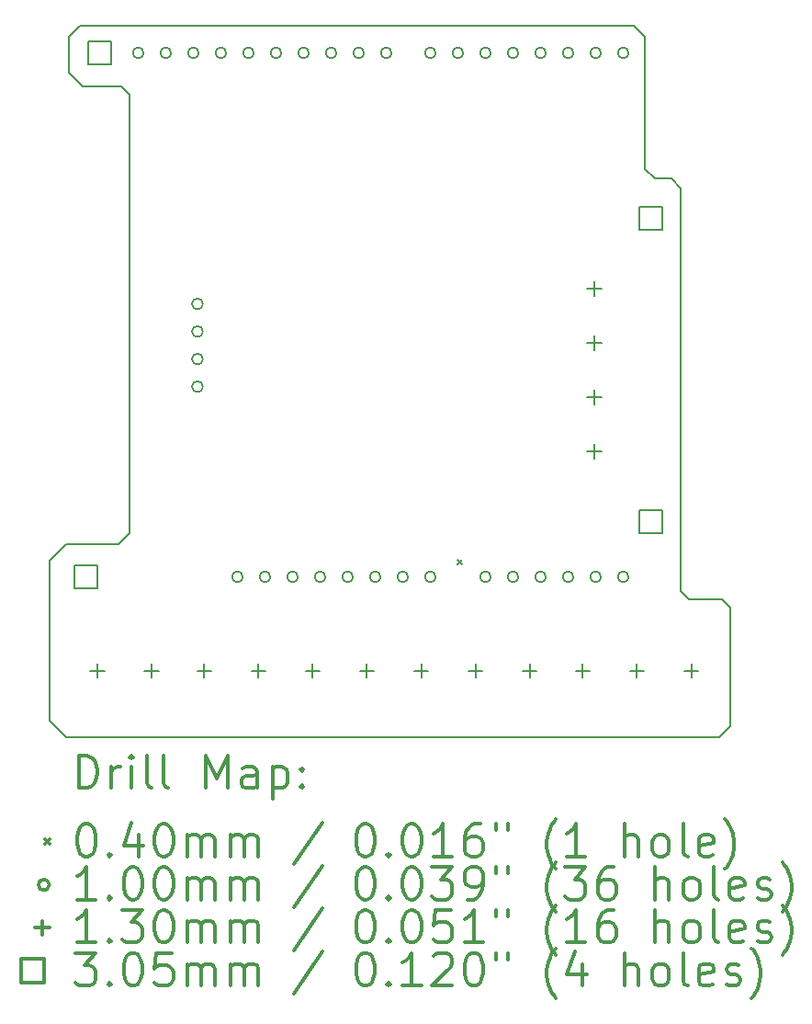
<source format=gbr>
%FSLAX45Y45*%
G04 Gerber Fmt 4.5, Leading zero omitted, Abs format (unit mm)*
G04 Created by KiCad (PCBNEW 4.0.6) date 05/21/18 12:18:16*
%MOMM*%
%LPD*%
G01*
G04 APERTURE LIST*
%ADD10C,0.127000*%
%ADD11C,0.150000*%
%ADD12C,0.200000*%
%ADD13C,0.300000*%
G04 APERTURE END LIST*
D10*
D11*
X17983200Y-8801100D02*
X17983200Y-12509500D01*
X17894300Y-8712200D02*
X17983200Y-8801100D01*
X17741900Y-8712200D02*
X17894300Y-8712200D01*
X17653000Y-8623300D02*
X17741900Y-8712200D01*
X17653000Y-7404100D02*
X17653000Y-8623300D01*
X12801600Y-12077700D02*
X12319000Y-12077700D01*
X12903200Y-11976100D02*
X12801600Y-12077700D01*
X12903200Y-7937500D02*
X12903200Y-11976100D01*
X12827000Y-7861300D02*
X12903200Y-7937500D01*
X12344400Y-7734300D02*
X12344400Y-7404100D01*
X12471400Y-7861300D02*
X12344400Y-7734300D01*
X12827000Y-7861300D02*
X12471400Y-7861300D01*
X18059400Y-12585700D02*
X17983200Y-12509500D01*
X18364200Y-12585700D02*
X18059400Y-12585700D01*
X18338800Y-13855700D02*
X17576800Y-13855700D01*
X18440400Y-13754100D02*
X18338800Y-13855700D01*
X18440400Y-12661900D02*
X18440400Y-13754100D01*
X18364200Y-12585700D02*
X18440400Y-12661900D01*
X17551400Y-7302500D02*
X17653000Y-7404100D01*
X17576800Y-13855700D02*
X12319000Y-13855700D01*
X12319000Y-13855700D02*
X12166600Y-13703300D01*
X12446000Y-7302500D02*
X17551400Y-7302500D01*
X12344400Y-7404100D02*
X12446000Y-7302500D01*
X12166600Y-13703300D02*
X12166600Y-12230100D01*
X12166600Y-12230100D02*
X12319000Y-12077700D01*
D12*
X15923710Y-12225840D02*
X15963710Y-12265840D01*
X15963710Y-12225840D02*
X15923710Y-12265840D01*
X13029438Y-7556500D02*
G75*
G03X13029438Y-7556500I-50038J0D01*
G01*
X13283438Y-7556500D02*
G75*
G03X13283438Y-7556500I-50038J0D01*
G01*
X13537438Y-7556500D02*
G75*
G03X13537438Y-7556500I-50038J0D01*
G01*
X13575538Y-9867900D02*
G75*
G03X13575538Y-9867900I-50038J0D01*
G01*
X13575538Y-10121900D02*
G75*
G03X13575538Y-10121900I-50038J0D01*
G01*
X13575538Y-10375900D02*
G75*
G03X13575538Y-10375900I-50038J0D01*
G01*
X13575538Y-10629900D02*
G75*
G03X13575538Y-10629900I-50038J0D01*
G01*
X13791438Y-7556500D02*
G75*
G03X13791438Y-7556500I-50038J0D01*
G01*
X13943838Y-12382500D02*
G75*
G03X13943838Y-12382500I-50038J0D01*
G01*
X14045438Y-7556500D02*
G75*
G03X14045438Y-7556500I-50038J0D01*
G01*
X14197838Y-12382500D02*
G75*
G03X14197838Y-12382500I-50038J0D01*
G01*
X14299438Y-7556500D02*
G75*
G03X14299438Y-7556500I-50038J0D01*
G01*
X14451838Y-12382500D02*
G75*
G03X14451838Y-12382500I-50038J0D01*
G01*
X14553438Y-7556500D02*
G75*
G03X14553438Y-7556500I-50038J0D01*
G01*
X14705838Y-12382500D02*
G75*
G03X14705838Y-12382500I-50038J0D01*
G01*
X14807438Y-7556500D02*
G75*
G03X14807438Y-7556500I-50038J0D01*
G01*
X14959838Y-12382500D02*
G75*
G03X14959838Y-12382500I-50038J0D01*
G01*
X15061438Y-7556500D02*
G75*
G03X15061438Y-7556500I-50038J0D01*
G01*
X15213838Y-12382500D02*
G75*
G03X15213838Y-12382500I-50038J0D01*
G01*
X15315438Y-7556500D02*
G75*
G03X15315438Y-7556500I-50038J0D01*
G01*
X15467838Y-12382500D02*
G75*
G03X15467838Y-12382500I-50038J0D01*
G01*
X15721838Y-7556500D02*
G75*
G03X15721838Y-7556500I-50038J0D01*
G01*
X15721838Y-12382500D02*
G75*
G03X15721838Y-12382500I-50038J0D01*
G01*
X15975838Y-7556500D02*
G75*
G03X15975838Y-7556500I-50038J0D01*
G01*
X16229838Y-7556500D02*
G75*
G03X16229838Y-7556500I-50038J0D01*
G01*
X16229838Y-12382500D02*
G75*
G03X16229838Y-12382500I-50038J0D01*
G01*
X16483838Y-7556500D02*
G75*
G03X16483838Y-7556500I-50038J0D01*
G01*
X16483838Y-12382500D02*
G75*
G03X16483838Y-12382500I-50038J0D01*
G01*
X16737838Y-7556500D02*
G75*
G03X16737838Y-7556500I-50038J0D01*
G01*
X16737838Y-12382500D02*
G75*
G03X16737838Y-12382500I-50038J0D01*
G01*
X16991838Y-7556500D02*
G75*
G03X16991838Y-7556500I-50038J0D01*
G01*
X16991838Y-12382500D02*
G75*
G03X16991838Y-12382500I-50038J0D01*
G01*
X17245838Y-7556500D02*
G75*
G03X17245838Y-7556500I-50038J0D01*
G01*
X17245838Y-12382500D02*
G75*
G03X17245838Y-12382500I-50038J0D01*
G01*
X17499838Y-7556500D02*
G75*
G03X17499838Y-7556500I-50038J0D01*
G01*
X17499838Y-12382500D02*
G75*
G03X17499838Y-12382500I-50038J0D01*
G01*
X12602400Y-13181100D02*
X12602400Y-13311100D01*
X12537400Y-13246100D02*
X12667400Y-13246100D01*
X13102400Y-13181100D02*
X13102400Y-13311100D01*
X13037400Y-13246100D02*
X13167400Y-13246100D01*
X13587600Y-13181100D02*
X13587600Y-13311100D01*
X13522600Y-13246100D02*
X13652600Y-13246100D01*
X14087600Y-13181100D02*
X14087600Y-13311100D01*
X14022600Y-13246100D02*
X14152600Y-13246100D01*
X14587600Y-13181100D02*
X14587600Y-13311100D01*
X14522600Y-13246100D02*
X14652600Y-13246100D01*
X15087600Y-13181100D02*
X15087600Y-13311100D01*
X15022600Y-13246100D02*
X15152600Y-13246100D01*
X15587600Y-13181100D02*
X15587600Y-13311100D01*
X15522600Y-13246100D02*
X15652600Y-13246100D01*
X16087600Y-13181100D02*
X16087600Y-13311100D01*
X16022600Y-13246100D02*
X16152600Y-13246100D01*
X16587600Y-13181100D02*
X16587600Y-13311100D01*
X16522600Y-13246100D02*
X16652600Y-13246100D01*
X17076800Y-13181100D02*
X17076800Y-13311100D01*
X17011800Y-13246100D02*
X17141800Y-13246100D01*
X17183100Y-9662500D02*
X17183100Y-9792500D01*
X17118100Y-9727500D02*
X17248100Y-9727500D01*
X17183100Y-10162500D02*
X17183100Y-10292500D01*
X17118100Y-10227500D02*
X17248100Y-10227500D01*
X17183100Y-10662500D02*
X17183100Y-10792500D01*
X17118100Y-10727500D02*
X17248100Y-10727500D01*
X17183100Y-11162500D02*
X17183100Y-11292500D01*
X17118100Y-11227500D02*
X17248100Y-11227500D01*
X17576800Y-13181100D02*
X17576800Y-13311100D01*
X17511800Y-13246100D02*
X17641800Y-13246100D01*
X18076800Y-13181100D02*
X18076800Y-13311100D01*
X18011800Y-13246100D02*
X18141800Y-13246100D01*
X12604564Y-12490264D02*
X12604564Y-12274736D01*
X12389036Y-12274736D01*
X12389036Y-12490264D01*
X12604564Y-12490264D01*
X12731564Y-7664264D02*
X12731564Y-7448736D01*
X12516036Y-7448736D01*
X12516036Y-7664264D01*
X12731564Y-7664264D01*
X17811564Y-9188264D02*
X17811564Y-8972736D01*
X17596036Y-8972736D01*
X17596036Y-9188264D01*
X17811564Y-9188264D01*
X17811564Y-11982264D02*
X17811564Y-11766736D01*
X17596036Y-11766736D01*
X17596036Y-11982264D01*
X17811564Y-11982264D01*
D13*
X12430528Y-14328914D02*
X12430528Y-14028914D01*
X12501957Y-14028914D01*
X12544814Y-14043200D01*
X12573386Y-14071771D01*
X12587671Y-14100343D01*
X12601957Y-14157486D01*
X12601957Y-14200343D01*
X12587671Y-14257486D01*
X12573386Y-14286057D01*
X12544814Y-14314629D01*
X12501957Y-14328914D01*
X12430528Y-14328914D01*
X12730528Y-14328914D02*
X12730528Y-14128914D01*
X12730528Y-14186057D02*
X12744814Y-14157486D01*
X12759100Y-14143200D01*
X12787671Y-14128914D01*
X12816243Y-14128914D01*
X12916243Y-14328914D02*
X12916243Y-14128914D01*
X12916243Y-14028914D02*
X12901957Y-14043200D01*
X12916243Y-14057486D01*
X12930528Y-14043200D01*
X12916243Y-14028914D01*
X12916243Y-14057486D01*
X13101957Y-14328914D02*
X13073386Y-14314629D01*
X13059100Y-14286057D01*
X13059100Y-14028914D01*
X13259100Y-14328914D02*
X13230528Y-14314629D01*
X13216243Y-14286057D01*
X13216243Y-14028914D01*
X13601957Y-14328914D02*
X13601957Y-14028914D01*
X13701957Y-14243200D01*
X13801957Y-14028914D01*
X13801957Y-14328914D01*
X14073386Y-14328914D02*
X14073386Y-14171771D01*
X14059100Y-14143200D01*
X14030528Y-14128914D01*
X13973386Y-14128914D01*
X13944814Y-14143200D01*
X14073386Y-14314629D02*
X14044814Y-14328914D01*
X13973386Y-14328914D01*
X13944814Y-14314629D01*
X13930528Y-14286057D01*
X13930528Y-14257486D01*
X13944814Y-14228914D01*
X13973386Y-14214629D01*
X14044814Y-14214629D01*
X14073386Y-14200343D01*
X14216243Y-14128914D02*
X14216243Y-14428914D01*
X14216243Y-14143200D02*
X14244814Y-14128914D01*
X14301957Y-14128914D01*
X14330528Y-14143200D01*
X14344814Y-14157486D01*
X14359100Y-14186057D01*
X14359100Y-14271771D01*
X14344814Y-14300343D01*
X14330528Y-14314629D01*
X14301957Y-14328914D01*
X14244814Y-14328914D01*
X14216243Y-14314629D01*
X14487671Y-14300343D02*
X14501957Y-14314629D01*
X14487671Y-14328914D01*
X14473386Y-14314629D01*
X14487671Y-14300343D01*
X14487671Y-14328914D01*
X14487671Y-14143200D02*
X14501957Y-14157486D01*
X14487671Y-14171771D01*
X14473386Y-14157486D01*
X14487671Y-14143200D01*
X14487671Y-14171771D01*
X12119100Y-14803200D02*
X12159100Y-14843200D01*
X12159100Y-14803200D02*
X12119100Y-14843200D01*
X12487671Y-14658914D02*
X12516243Y-14658914D01*
X12544814Y-14673200D01*
X12559100Y-14687486D01*
X12573386Y-14716057D01*
X12587671Y-14773200D01*
X12587671Y-14844629D01*
X12573386Y-14901771D01*
X12559100Y-14930343D01*
X12544814Y-14944629D01*
X12516243Y-14958914D01*
X12487671Y-14958914D01*
X12459100Y-14944629D01*
X12444814Y-14930343D01*
X12430528Y-14901771D01*
X12416243Y-14844629D01*
X12416243Y-14773200D01*
X12430528Y-14716057D01*
X12444814Y-14687486D01*
X12459100Y-14673200D01*
X12487671Y-14658914D01*
X12716243Y-14930343D02*
X12730528Y-14944629D01*
X12716243Y-14958914D01*
X12701957Y-14944629D01*
X12716243Y-14930343D01*
X12716243Y-14958914D01*
X12987671Y-14758914D02*
X12987671Y-14958914D01*
X12916243Y-14644629D02*
X12844814Y-14858914D01*
X13030528Y-14858914D01*
X13201957Y-14658914D02*
X13230528Y-14658914D01*
X13259100Y-14673200D01*
X13273386Y-14687486D01*
X13287671Y-14716057D01*
X13301957Y-14773200D01*
X13301957Y-14844629D01*
X13287671Y-14901771D01*
X13273386Y-14930343D01*
X13259100Y-14944629D01*
X13230528Y-14958914D01*
X13201957Y-14958914D01*
X13173386Y-14944629D01*
X13159100Y-14930343D01*
X13144814Y-14901771D01*
X13130528Y-14844629D01*
X13130528Y-14773200D01*
X13144814Y-14716057D01*
X13159100Y-14687486D01*
X13173386Y-14673200D01*
X13201957Y-14658914D01*
X13430528Y-14958914D02*
X13430528Y-14758914D01*
X13430528Y-14787486D02*
X13444814Y-14773200D01*
X13473386Y-14758914D01*
X13516243Y-14758914D01*
X13544814Y-14773200D01*
X13559100Y-14801771D01*
X13559100Y-14958914D01*
X13559100Y-14801771D02*
X13573386Y-14773200D01*
X13601957Y-14758914D01*
X13644814Y-14758914D01*
X13673386Y-14773200D01*
X13687671Y-14801771D01*
X13687671Y-14958914D01*
X13830528Y-14958914D02*
X13830528Y-14758914D01*
X13830528Y-14787486D02*
X13844814Y-14773200D01*
X13873386Y-14758914D01*
X13916243Y-14758914D01*
X13944814Y-14773200D01*
X13959100Y-14801771D01*
X13959100Y-14958914D01*
X13959100Y-14801771D02*
X13973386Y-14773200D01*
X14001957Y-14758914D01*
X14044814Y-14758914D01*
X14073386Y-14773200D01*
X14087671Y-14801771D01*
X14087671Y-14958914D01*
X14673386Y-14644629D02*
X14416243Y-15030343D01*
X15059100Y-14658914D02*
X15087671Y-14658914D01*
X15116243Y-14673200D01*
X15130528Y-14687486D01*
X15144814Y-14716057D01*
X15159100Y-14773200D01*
X15159100Y-14844629D01*
X15144814Y-14901771D01*
X15130528Y-14930343D01*
X15116243Y-14944629D01*
X15087671Y-14958914D01*
X15059100Y-14958914D01*
X15030528Y-14944629D01*
X15016243Y-14930343D01*
X15001957Y-14901771D01*
X14987671Y-14844629D01*
X14987671Y-14773200D01*
X15001957Y-14716057D01*
X15016243Y-14687486D01*
X15030528Y-14673200D01*
X15059100Y-14658914D01*
X15287671Y-14930343D02*
X15301957Y-14944629D01*
X15287671Y-14958914D01*
X15273386Y-14944629D01*
X15287671Y-14930343D01*
X15287671Y-14958914D01*
X15487671Y-14658914D02*
X15516243Y-14658914D01*
X15544814Y-14673200D01*
X15559100Y-14687486D01*
X15573385Y-14716057D01*
X15587671Y-14773200D01*
X15587671Y-14844629D01*
X15573385Y-14901771D01*
X15559100Y-14930343D01*
X15544814Y-14944629D01*
X15516243Y-14958914D01*
X15487671Y-14958914D01*
X15459100Y-14944629D01*
X15444814Y-14930343D01*
X15430528Y-14901771D01*
X15416243Y-14844629D01*
X15416243Y-14773200D01*
X15430528Y-14716057D01*
X15444814Y-14687486D01*
X15459100Y-14673200D01*
X15487671Y-14658914D01*
X15873385Y-14958914D02*
X15701957Y-14958914D01*
X15787671Y-14958914D02*
X15787671Y-14658914D01*
X15759100Y-14701771D01*
X15730528Y-14730343D01*
X15701957Y-14744629D01*
X16130528Y-14658914D02*
X16073385Y-14658914D01*
X16044814Y-14673200D01*
X16030528Y-14687486D01*
X16001957Y-14730343D01*
X15987671Y-14787486D01*
X15987671Y-14901771D01*
X16001957Y-14930343D01*
X16016243Y-14944629D01*
X16044814Y-14958914D01*
X16101957Y-14958914D01*
X16130528Y-14944629D01*
X16144814Y-14930343D01*
X16159100Y-14901771D01*
X16159100Y-14830343D01*
X16144814Y-14801771D01*
X16130528Y-14787486D01*
X16101957Y-14773200D01*
X16044814Y-14773200D01*
X16016243Y-14787486D01*
X16001957Y-14801771D01*
X15987671Y-14830343D01*
X16273386Y-14658914D02*
X16273386Y-14716057D01*
X16387671Y-14658914D02*
X16387671Y-14716057D01*
X16830528Y-15073200D02*
X16816243Y-15058914D01*
X16787671Y-15016057D01*
X16773385Y-14987486D01*
X16759100Y-14944629D01*
X16744814Y-14873200D01*
X16744814Y-14816057D01*
X16759100Y-14744629D01*
X16773385Y-14701771D01*
X16787671Y-14673200D01*
X16816243Y-14630343D01*
X16830528Y-14616057D01*
X17101957Y-14958914D02*
X16930528Y-14958914D01*
X17016243Y-14958914D02*
X17016243Y-14658914D01*
X16987671Y-14701771D01*
X16959100Y-14730343D01*
X16930528Y-14744629D01*
X17459100Y-14958914D02*
X17459100Y-14658914D01*
X17587671Y-14958914D02*
X17587671Y-14801771D01*
X17573386Y-14773200D01*
X17544814Y-14758914D01*
X17501957Y-14758914D01*
X17473386Y-14773200D01*
X17459100Y-14787486D01*
X17773386Y-14958914D02*
X17744814Y-14944629D01*
X17730528Y-14930343D01*
X17716243Y-14901771D01*
X17716243Y-14816057D01*
X17730528Y-14787486D01*
X17744814Y-14773200D01*
X17773386Y-14758914D01*
X17816243Y-14758914D01*
X17844814Y-14773200D01*
X17859100Y-14787486D01*
X17873386Y-14816057D01*
X17873386Y-14901771D01*
X17859100Y-14930343D01*
X17844814Y-14944629D01*
X17816243Y-14958914D01*
X17773386Y-14958914D01*
X18044814Y-14958914D02*
X18016243Y-14944629D01*
X18001957Y-14916057D01*
X18001957Y-14658914D01*
X18273386Y-14944629D02*
X18244814Y-14958914D01*
X18187671Y-14958914D01*
X18159100Y-14944629D01*
X18144814Y-14916057D01*
X18144814Y-14801771D01*
X18159100Y-14773200D01*
X18187671Y-14758914D01*
X18244814Y-14758914D01*
X18273386Y-14773200D01*
X18287671Y-14801771D01*
X18287671Y-14830343D01*
X18144814Y-14858914D01*
X18387671Y-15073200D02*
X18401957Y-15058914D01*
X18430529Y-15016057D01*
X18444814Y-14987486D01*
X18459100Y-14944629D01*
X18473386Y-14873200D01*
X18473386Y-14816057D01*
X18459100Y-14744629D01*
X18444814Y-14701771D01*
X18430529Y-14673200D01*
X18401957Y-14630343D01*
X18387671Y-14616057D01*
X12159100Y-15219200D02*
G75*
G03X12159100Y-15219200I-50038J0D01*
G01*
X12587671Y-15354914D02*
X12416243Y-15354914D01*
X12501957Y-15354914D02*
X12501957Y-15054914D01*
X12473386Y-15097771D01*
X12444814Y-15126343D01*
X12416243Y-15140629D01*
X12716243Y-15326343D02*
X12730528Y-15340629D01*
X12716243Y-15354914D01*
X12701957Y-15340629D01*
X12716243Y-15326343D01*
X12716243Y-15354914D01*
X12916243Y-15054914D02*
X12944814Y-15054914D01*
X12973386Y-15069200D01*
X12987671Y-15083486D01*
X13001957Y-15112057D01*
X13016243Y-15169200D01*
X13016243Y-15240629D01*
X13001957Y-15297771D01*
X12987671Y-15326343D01*
X12973386Y-15340629D01*
X12944814Y-15354914D01*
X12916243Y-15354914D01*
X12887671Y-15340629D01*
X12873386Y-15326343D01*
X12859100Y-15297771D01*
X12844814Y-15240629D01*
X12844814Y-15169200D01*
X12859100Y-15112057D01*
X12873386Y-15083486D01*
X12887671Y-15069200D01*
X12916243Y-15054914D01*
X13201957Y-15054914D02*
X13230528Y-15054914D01*
X13259100Y-15069200D01*
X13273386Y-15083486D01*
X13287671Y-15112057D01*
X13301957Y-15169200D01*
X13301957Y-15240629D01*
X13287671Y-15297771D01*
X13273386Y-15326343D01*
X13259100Y-15340629D01*
X13230528Y-15354914D01*
X13201957Y-15354914D01*
X13173386Y-15340629D01*
X13159100Y-15326343D01*
X13144814Y-15297771D01*
X13130528Y-15240629D01*
X13130528Y-15169200D01*
X13144814Y-15112057D01*
X13159100Y-15083486D01*
X13173386Y-15069200D01*
X13201957Y-15054914D01*
X13430528Y-15354914D02*
X13430528Y-15154914D01*
X13430528Y-15183486D02*
X13444814Y-15169200D01*
X13473386Y-15154914D01*
X13516243Y-15154914D01*
X13544814Y-15169200D01*
X13559100Y-15197771D01*
X13559100Y-15354914D01*
X13559100Y-15197771D02*
X13573386Y-15169200D01*
X13601957Y-15154914D01*
X13644814Y-15154914D01*
X13673386Y-15169200D01*
X13687671Y-15197771D01*
X13687671Y-15354914D01*
X13830528Y-15354914D02*
X13830528Y-15154914D01*
X13830528Y-15183486D02*
X13844814Y-15169200D01*
X13873386Y-15154914D01*
X13916243Y-15154914D01*
X13944814Y-15169200D01*
X13959100Y-15197771D01*
X13959100Y-15354914D01*
X13959100Y-15197771D02*
X13973386Y-15169200D01*
X14001957Y-15154914D01*
X14044814Y-15154914D01*
X14073386Y-15169200D01*
X14087671Y-15197771D01*
X14087671Y-15354914D01*
X14673386Y-15040629D02*
X14416243Y-15426343D01*
X15059100Y-15054914D02*
X15087671Y-15054914D01*
X15116243Y-15069200D01*
X15130528Y-15083486D01*
X15144814Y-15112057D01*
X15159100Y-15169200D01*
X15159100Y-15240629D01*
X15144814Y-15297771D01*
X15130528Y-15326343D01*
X15116243Y-15340629D01*
X15087671Y-15354914D01*
X15059100Y-15354914D01*
X15030528Y-15340629D01*
X15016243Y-15326343D01*
X15001957Y-15297771D01*
X14987671Y-15240629D01*
X14987671Y-15169200D01*
X15001957Y-15112057D01*
X15016243Y-15083486D01*
X15030528Y-15069200D01*
X15059100Y-15054914D01*
X15287671Y-15326343D02*
X15301957Y-15340629D01*
X15287671Y-15354914D01*
X15273386Y-15340629D01*
X15287671Y-15326343D01*
X15287671Y-15354914D01*
X15487671Y-15054914D02*
X15516243Y-15054914D01*
X15544814Y-15069200D01*
X15559100Y-15083486D01*
X15573385Y-15112057D01*
X15587671Y-15169200D01*
X15587671Y-15240629D01*
X15573385Y-15297771D01*
X15559100Y-15326343D01*
X15544814Y-15340629D01*
X15516243Y-15354914D01*
X15487671Y-15354914D01*
X15459100Y-15340629D01*
X15444814Y-15326343D01*
X15430528Y-15297771D01*
X15416243Y-15240629D01*
X15416243Y-15169200D01*
X15430528Y-15112057D01*
X15444814Y-15083486D01*
X15459100Y-15069200D01*
X15487671Y-15054914D01*
X15687671Y-15054914D02*
X15873385Y-15054914D01*
X15773385Y-15169200D01*
X15816243Y-15169200D01*
X15844814Y-15183486D01*
X15859100Y-15197771D01*
X15873385Y-15226343D01*
X15873385Y-15297771D01*
X15859100Y-15326343D01*
X15844814Y-15340629D01*
X15816243Y-15354914D01*
X15730528Y-15354914D01*
X15701957Y-15340629D01*
X15687671Y-15326343D01*
X16016243Y-15354914D02*
X16073385Y-15354914D01*
X16101957Y-15340629D01*
X16116243Y-15326343D01*
X16144814Y-15283486D01*
X16159100Y-15226343D01*
X16159100Y-15112057D01*
X16144814Y-15083486D01*
X16130528Y-15069200D01*
X16101957Y-15054914D01*
X16044814Y-15054914D01*
X16016243Y-15069200D01*
X16001957Y-15083486D01*
X15987671Y-15112057D01*
X15987671Y-15183486D01*
X16001957Y-15212057D01*
X16016243Y-15226343D01*
X16044814Y-15240629D01*
X16101957Y-15240629D01*
X16130528Y-15226343D01*
X16144814Y-15212057D01*
X16159100Y-15183486D01*
X16273386Y-15054914D02*
X16273386Y-15112057D01*
X16387671Y-15054914D02*
X16387671Y-15112057D01*
X16830528Y-15469200D02*
X16816243Y-15454914D01*
X16787671Y-15412057D01*
X16773385Y-15383486D01*
X16759100Y-15340629D01*
X16744814Y-15269200D01*
X16744814Y-15212057D01*
X16759100Y-15140629D01*
X16773385Y-15097771D01*
X16787671Y-15069200D01*
X16816243Y-15026343D01*
X16830528Y-15012057D01*
X16916243Y-15054914D02*
X17101957Y-15054914D01*
X17001957Y-15169200D01*
X17044814Y-15169200D01*
X17073386Y-15183486D01*
X17087671Y-15197771D01*
X17101957Y-15226343D01*
X17101957Y-15297771D01*
X17087671Y-15326343D01*
X17073386Y-15340629D01*
X17044814Y-15354914D01*
X16959100Y-15354914D01*
X16930528Y-15340629D01*
X16916243Y-15326343D01*
X17359100Y-15054914D02*
X17301957Y-15054914D01*
X17273386Y-15069200D01*
X17259100Y-15083486D01*
X17230528Y-15126343D01*
X17216243Y-15183486D01*
X17216243Y-15297771D01*
X17230528Y-15326343D01*
X17244814Y-15340629D01*
X17273386Y-15354914D01*
X17330528Y-15354914D01*
X17359100Y-15340629D01*
X17373386Y-15326343D01*
X17387671Y-15297771D01*
X17387671Y-15226343D01*
X17373386Y-15197771D01*
X17359100Y-15183486D01*
X17330528Y-15169200D01*
X17273386Y-15169200D01*
X17244814Y-15183486D01*
X17230528Y-15197771D01*
X17216243Y-15226343D01*
X17744814Y-15354914D02*
X17744814Y-15054914D01*
X17873386Y-15354914D02*
X17873386Y-15197771D01*
X17859100Y-15169200D01*
X17830528Y-15154914D01*
X17787671Y-15154914D01*
X17759100Y-15169200D01*
X17744814Y-15183486D01*
X18059100Y-15354914D02*
X18030528Y-15340629D01*
X18016243Y-15326343D01*
X18001957Y-15297771D01*
X18001957Y-15212057D01*
X18016243Y-15183486D01*
X18030528Y-15169200D01*
X18059100Y-15154914D01*
X18101957Y-15154914D01*
X18130528Y-15169200D01*
X18144814Y-15183486D01*
X18159100Y-15212057D01*
X18159100Y-15297771D01*
X18144814Y-15326343D01*
X18130528Y-15340629D01*
X18101957Y-15354914D01*
X18059100Y-15354914D01*
X18330528Y-15354914D02*
X18301957Y-15340629D01*
X18287671Y-15312057D01*
X18287671Y-15054914D01*
X18559100Y-15340629D02*
X18530529Y-15354914D01*
X18473386Y-15354914D01*
X18444814Y-15340629D01*
X18430529Y-15312057D01*
X18430529Y-15197771D01*
X18444814Y-15169200D01*
X18473386Y-15154914D01*
X18530529Y-15154914D01*
X18559100Y-15169200D01*
X18573386Y-15197771D01*
X18573386Y-15226343D01*
X18430529Y-15254914D01*
X18687671Y-15340629D02*
X18716243Y-15354914D01*
X18773386Y-15354914D01*
X18801957Y-15340629D01*
X18816243Y-15312057D01*
X18816243Y-15297771D01*
X18801957Y-15269200D01*
X18773386Y-15254914D01*
X18730529Y-15254914D01*
X18701957Y-15240629D01*
X18687671Y-15212057D01*
X18687671Y-15197771D01*
X18701957Y-15169200D01*
X18730529Y-15154914D01*
X18773386Y-15154914D01*
X18801957Y-15169200D01*
X18916243Y-15469200D02*
X18930529Y-15454914D01*
X18959100Y-15412057D01*
X18973386Y-15383486D01*
X18987671Y-15340629D01*
X19001957Y-15269200D01*
X19001957Y-15212057D01*
X18987671Y-15140629D01*
X18973386Y-15097771D01*
X18959100Y-15069200D01*
X18930529Y-15026343D01*
X18916243Y-15012057D01*
X12094100Y-15550200D02*
X12094100Y-15680200D01*
X12029100Y-15615200D02*
X12159100Y-15615200D01*
X12587671Y-15750914D02*
X12416243Y-15750914D01*
X12501957Y-15750914D02*
X12501957Y-15450914D01*
X12473386Y-15493771D01*
X12444814Y-15522343D01*
X12416243Y-15536629D01*
X12716243Y-15722343D02*
X12730528Y-15736629D01*
X12716243Y-15750914D01*
X12701957Y-15736629D01*
X12716243Y-15722343D01*
X12716243Y-15750914D01*
X12830528Y-15450914D02*
X13016243Y-15450914D01*
X12916243Y-15565200D01*
X12959100Y-15565200D01*
X12987671Y-15579486D01*
X13001957Y-15593771D01*
X13016243Y-15622343D01*
X13016243Y-15693771D01*
X13001957Y-15722343D01*
X12987671Y-15736629D01*
X12959100Y-15750914D01*
X12873386Y-15750914D01*
X12844814Y-15736629D01*
X12830528Y-15722343D01*
X13201957Y-15450914D02*
X13230528Y-15450914D01*
X13259100Y-15465200D01*
X13273386Y-15479486D01*
X13287671Y-15508057D01*
X13301957Y-15565200D01*
X13301957Y-15636629D01*
X13287671Y-15693771D01*
X13273386Y-15722343D01*
X13259100Y-15736629D01*
X13230528Y-15750914D01*
X13201957Y-15750914D01*
X13173386Y-15736629D01*
X13159100Y-15722343D01*
X13144814Y-15693771D01*
X13130528Y-15636629D01*
X13130528Y-15565200D01*
X13144814Y-15508057D01*
X13159100Y-15479486D01*
X13173386Y-15465200D01*
X13201957Y-15450914D01*
X13430528Y-15750914D02*
X13430528Y-15550914D01*
X13430528Y-15579486D02*
X13444814Y-15565200D01*
X13473386Y-15550914D01*
X13516243Y-15550914D01*
X13544814Y-15565200D01*
X13559100Y-15593771D01*
X13559100Y-15750914D01*
X13559100Y-15593771D02*
X13573386Y-15565200D01*
X13601957Y-15550914D01*
X13644814Y-15550914D01*
X13673386Y-15565200D01*
X13687671Y-15593771D01*
X13687671Y-15750914D01*
X13830528Y-15750914D02*
X13830528Y-15550914D01*
X13830528Y-15579486D02*
X13844814Y-15565200D01*
X13873386Y-15550914D01*
X13916243Y-15550914D01*
X13944814Y-15565200D01*
X13959100Y-15593771D01*
X13959100Y-15750914D01*
X13959100Y-15593771D02*
X13973386Y-15565200D01*
X14001957Y-15550914D01*
X14044814Y-15550914D01*
X14073386Y-15565200D01*
X14087671Y-15593771D01*
X14087671Y-15750914D01*
X14673386Y-15436629D02*
X14416243Y-15822343D01*
X15059100Y-15450914D02*
X15087671Y-15450914D01*
X15116243Y-15465200D01*
X15130528Y-15479486D01*
X15144814Y-15508057D01*
X15159100Y-15565200D01*
X15159100Y-15636629D01*
X15144814Y-15693771D01*
X15130528Y-15722343D01*
X15116243Y-15736629D01*
X15087671Y-15750914D01*
X15059100Y-15750914D01*
X15030528Y-15736629D01*
X15016243Y-15722343D01*
X15001957Y-15693771D01*
X14987671Y-15636629D01*
X14987671Y-15565200D01*
X15001957Y-15508057D01*
X15016243Y-15479486D01*
X15030528Y-15465200D01*
X15059100Y-15450914D01*
X15287671Y-15722343D02*
X15301957Y-15736629D01*
X15287671Y-15750914D01*
X15273386Y-15736629D01*
X15287671Y-15722343D01*
X15287671Y-15750914D01*
X15487671Y-15450914D02*
X15516243Y-15450914D01*
X15544814Y-15465200D01*
X15559100Y-15479486D01*
X15573385Y-15508057D01*
X15587671Y-15565200D01*
X15587671Y-15636629D01*
X15573385Y-15693771D01*
X15559100Y-15722343D01*
X15544814Y-15736629D01*
X15516243Y-15750914D01*
X15487671Y-15750914D01*
X15459100Y-15736629D01*
X15444814Y-15722343D01*
X15430528Y-15693771D01*
X15416243Y-15636629D01*
X15416243Y-15565200D01*
X15430528Y-15508057D01*
X15444814Y-15479486D01*
X15459100Y-15465200D01*
X15487671Y-15450914D01*
X15859100Y-15450914D02*
X15716243Y-15450914D01*
X15701957Y-15593771D01*
X15716243Y-15579486D01*
X15744814Y-15565200D01*
X15816243Y-15565200D01*
X15844814Y-15579486D01*
X15859100Y-15593771D01*
X15873385Y-15622343D01*
X15873385Y-15693771D01*
X15859100Y-15722343D01*
X15844814Y-15736629D01*
X15816243Y-15750914D01*
X15744814Y-15750914D01*
X15716243Y-15736629D01*
X15701957Y-15722343D01*
X16159100Y-15750914D02*
X15987671Y-15750914D01*
X16073385Y-15750914D02*
X16073385Y-15450914D01*
X16044814Y-15493771D01*
X16016243Y-15522343D01*
X15987671Y-15536629D01*
X16273386Y-15450914D02*
X16273386Y-15508057D01*
X16387671Y-15450914D02*
X16387671Y-15508057D01*
X16830528Y-15865200D02*
X16816243Y-15850914D01*
X16787671Y-15808057D01*
X16773385Y-15779486D01*
X16759100Y-15736629D01*
X16744814Y-15665200D01*
X16744814Y-15608057D01*
X16759100Y-15536629D01*
X16773385Y-15493771D01*
X16787671Y-15465200D01*
X16816243Y-15422343D01*
X16830528Y-15408057D01*
X17101957Y-15750914D02*
X16930528Y-15750914D01*
X17016243Y-15750914D02*
X17016243Y-15450914D01*
X16987671Y-15493771D01*
X16959100Y-15522343D01*
X16930528Y-15536629D01*
X17359100Y-15450914D02*
X17301957Y-15450914D01*
X17273386Y-15465200D01*
X17259100Y-15479486D01*
X17230528Y-15522343D01*
X17216243Y-15579486D01*
X17216243Y-15693771D01*
X17230528Y-15722343D01*
X17244814Y-15736629D01*
X17273386Y-15750914D01*
X17330528Y-15750914D01*
X17359100Y-15736629D01*
X17373386Y-15722343D01*
X17387671Y-15693771D01*
X17387671Y-15622343D01*
X17373386Y-15593771D01*
X17359100Y-15579486D01*
X17330528Y-15565200D01*
X17273386Y-15565200D01*
X17244814Y-15579486D01*
X17230528Y-15593771D01*
X17216243Y-15622343D01*
X17744814Y-15750914D02*
X17744814Y-15450914D01*
X17873386Y-15750914D02*
X17873386Y-15593771D01*
X17859100Y-15565200D01*
X17830528Y-15550914D01*
X17787671Y-15550914D01*
X17759100Y-15565200D01*
X17744814Y-15579486D01*
X18059100Y-15750914D02*
X18030528Y-15736629D01*
X18016243Y-15722343D01*
X18001957Y-15693771D01*
X18001957Y-15608057D01*
X18016243Y-15579486D01*
X18030528Y-15565200D01*
X18059100Y-15550914D01*
X18101957Y-15550914D01*
X18130528Y-15565200D01*
X18144814Y-15579486D01*
X18159100Y-15608057D01*
X18159100Y-15693771D01*
X18144814Y-15722343D01*
X18130528Y-15736629D01*
X18101957Y-15750914D01*
X18059100Y-15750914D01*
X18330528Y-15750914D02*
X18301957Y-15736629D01*
X18287671Y-15708057D01*
X18287671Y-15450914D01*
X18559100Y-15736629D02*
X18530529Y-15750914D01*
X18473386Y-15750914D01*
X18444814Y-15736629D01*
X18430529Y-15708057D01*
X18430529Y-15593771D01*
X18444814Y-15565200D01*
X18473386Y-15550914D01*
X18530529Y-15550914D01*
X18559100Y-15565200D01*
X18573386Y-15593771D01*
X18573386Y-15622343D01*
X18430529Y-15650914D01*
X18687671Y-15736629D02*
X18716243Y-15750914D01*
X18773386Y-15750914D01*
X18801957Y-15736629D01*
X18816243Y-15708057D01*
X18816243Y-15693771D01*
X18801957Y-15665200D01*
X18773386Y-15650914D01*
X18730529Y-15650914D01*
X18701957Y-15636629D01*
X18687671Y-15608057D01*
X18687671Y-15593771D01*
X18701957Y-15565200D01*
X18730529Y-15550914D01*
X18773386Y-15550914D01*
X18801957Y-15565200D01*
X18916243Y-15865200D02*
X18930529Y-15850914D01*
X18959100Y-15808057D01*
X18973386Y-15779486D01*
X18987671Y-15736629D01*
X19001957Y-15665200D01*
X19001957Y-15608057D01*
X18987671Y-15536629D01*
X18973386Y-15493771D01*
X18959100Y-15465200D01*
X18930529Y-15422343D01*
X18916243Y-15408057D01*
X12114464Y-16118964D02*
X12114464Y-15903436D01*
X11898936Y-15903436D01*
X11898936Y-16118964D01*
X12114464Y-16118964D01*
X12401957Y-15846914D02*
X12587671Y-15846914D01*
X12487671Y-15961200D01*
X12530528Y-15961200D01*
X12559100Y-15975486D01*
X12573386Y-15989771D01*
X12587671Y-16018343D01*
X12587671Y-16089771D01*
X12573386Y-16118343D01*
X12559100Y-16132629D01*
X12530528Y-16146914D01*
X12444814Y-16146914D01*
X12416243Y-16132629D01*
X12401957Y-16118343D01*
X12716243Y-16118343D02*
X12730528Y-16132629D01*
X12716243Y-16146914D01*
X12701957Y-16132629D01*
X12716243Y-16118343D01*
X12716243Y-16146914D01*
X12916243Y-15846914D02*
X12944814Y-15846914D01*
X12973386Y-15861200D01*
X12987671Y-15875486D01*
X13001957Y-15904057D01*
X13016243Y-15961200D01*
X13016243Y-16032629D01*
X13001957Y-16089771D01*
X12987671Y-16118343D01*
X12973386Y-16132629D01*
X12944814Y-16146914D01*
X12916243Y-16146914D01*
X12887671Y-16132629D01*
X12873386Y-16118343D01*
X12859100Y-16089771D01*
X12844814Y-16032629D01*
X12844814Y-15961200D01*
X12859100Y-15904057D01*
X12873386Y-15875486D01*
X12887671Y-15861200D01*
X12916243Y-15846914D01*
X13287671Y-15846914D02*
X13144814Y-15846914D01*
X13130528Y-15989771D01*
X13144814Y-15975486D01*
X13173386Y-15961200D01*
X13244814Y-15961200D01*
X13273386Y-15975486D01*
X13287671Y-15989771D01*
X13301957Y-16018343D01*
X13301957Y-16089771D01*
X13287671Y-16118343D01*
X13273386Y-16132629D01*
X13244814Y-16146914D01*
X13173386Y-16146914D01*
X13144814Y-16132629D01*
X13130528Y-16118343D01*
X13430528Y-16146914D02*
X13430528Y-15946914D01*
X13430528Y-15975486D02*
X13444814Y-15961200D01*
X13473386Y-15946914D01*
X13516243Y-15946914D01*
X13544814Y-15961200D01*
X13559100Y-15989771D01*
X13559100Y-16146914D01*
X13559100Y-15989771D02*
X13573386Y-15961200D01*
X13601957Y-15946914D01*
X13644814Y-15946914D01*
X13673386Y-15961200D01*
X13687671Y-15989771D01*
X13687671Y-16146914D01*
X13830528Y-16146914D02*
X13830528Y-15946914D01*
X13830528Y-15975486D02*
X13844814Y-15961200D01*
X13873386Y-15946914D01*
X13916243Y-15946914D01*
X13944814Y-15961200D01*
X13959100Y-15989771D01*
X13959100Y-16146914D01*
X13959100Y-15989771D02*
X13973386Y-15961200D01*
X14001957Y-15946914D01*
X14044814Y-15946914D01*
X14073386Y-15961200D01*
X14087671Y-15989771D01*
X14087671Y-16146914D01*
X14673386Y-15832629D02*
X14416243Y-16218343D01*
X15059100Y-15846914D02*
X15087671Y-15846914D01*
X15116243Y-15861200D01*
X15130528Y-15875486D01*
X15144814Y-15904057D01*
X15159100Y-15961200D01*
X15159100Y-16032629D01*
X15144814Y-16089771D01*
X15130528Y-16118343D01*
X15116243Y-16132629D01*
X15087671Y-16146914D01*
X15059100Y-16146914D01*
X15030528Y-16132629D01*
X15016243Y-16118343D01*
X15001957Y-16089771D01*
X14987671Y-16032629D01*
X14987671Y-15961200D01*
X15001957Y-15904057D01*
X15016243Y-15875486D01*
X15030528Y-15861200D01*
X15059100Y-15846914D01*
X15287671Y-16118343D02*
X15301957Y-16132629D01*
X15287671Y-16146914D01*
X15273386Y-16132629D01*
X15287671Y-16118343D01*
X15287671Y-16146914D01*
X15587671Y-16146914D02*
X15416243Y-16146914D01*
X15501957Y-16146914D02*
X15501957Y-15846914D01*
X15473385Y-15889771D01*
X15444814Y-15918343D01*
X15416243Y-15932629D01*
X15701957Y-15875486D02*
X15716243Y-15861200D01*
X15744814Y-15846914D01*
X15816243Y-15846914D01*
X15844814Y-15861200D01*
X15859100Y-15875486D01*
X15873385Y-15904057D01*
X15873385Y-15932629D01*
X15859100Y-15975486D01*
X15687671Y-16146914D01*
X15873385Y-16146914D01*
X16059100Y-15846914D02*
X16087671Y-15846914D01*
X16116243Y-15861200D01*
X16130528Y-15875486D01*
X16144814Y-15904057D01*
X16159100Y-15961200D01*
X16159100Y-16032629D01*
X16144814Y-16089771D01*
X16130528Y-16118343D01*
X16116243Y-16132629D01*
X16087671Y-16146914D01*
X16059100Y-16146914D01*
X16030528Y-16132629D01*
X16016243Y-16118343D01*
X16001957Y-16089771D01*
X15987671Y-16032629D01*
X15987671Y-15961200D01*
X16001957Y-15904057D01*
X16016243Y-15875486D01*
X16030528Y-15861200D01*
X16059100Y-15846914D01*
X16273386Y-15846914D02*
X16273386Y-15904057D01*
X16387671Y-15846914D02*
X16387671Y-15904057D01*
X16830528Y-16261200D02*
X16816243Y-16246914D01*
X16787671Y-16204057D01*
X16773385Y-16175486D01*
X16759100Y-16132629D01*
X16744814Y-16061200D01*
X16744814Y-16004057D01*
X16759100Y-15932629D01*
X16773385Y-15889771D01*
X16787671Y-15861200D01*
X16816243Y-15818343D01*
X16830528Y-15804057D01*
X17073386Y-15946914D02*
X17073386Y-16146914D01*
X17001957Y-15832629D02*
X16930528Y-16046914D01*
X17116243Y-16046914D01*
X17459100Y-16146914D02*
X17459100Y-15846914D01*
X17587671Y-16146914D02*
X17587671Y-15989771D01*
X17573386Y-15961200D01*
X17544814Y-15946914D01*
X17501957Y-15946914D01*
X17473386Y-15961200D01*
X17459100Y-15975486D01*
X17773386Y-16146914D02*
X17744814Y-16132629D01*
X17730528Y-16118343D01*
X17716243Y-16089771D01*
X17716243Y-16004057D01*
X17730528Y-15975486D01*
X17744814Y-15961200D01*
X17773386Y-15946914D01*
X17816243Y-15946914D01*
X17844814Y-15961200D01*
X17859100Y-15975486D01*
X17873386Y-16004057D01*
X17873386Y-16089771D01*
X17859100Y-16118343D01*
X17844814Y-16132629D01*
X17816243Y-16146914D01*
X17773386Y-16146914D01*
X18044814Y-16146914D02*
X18016243Y-16132629D01*
X18001957Y-16104057D01*
X18001957Y-15846914D01*
X18273386Y-16132629D02*
X18244814Y-16146914D01*
X18187671Y-16146914D01*
X18159100Y-16132629D01*
X18144814Y-16104057D01*
X18144814Y-15989771D01*
X18159100Y-15961200D01*
X18187671Y-15946914D01*
X18244814Y-15946914D01*
X18273386Y-15961200D01*
X18287671Y-15989771D01*
X18287671Y-16018343D01*
X18144814Y-16046914D01*
X18401957Y-16132629D02*
X18430529Y-16146914D01*
X18487671Y-16146914D01*
X18516243Y-16132629D01*
X18530529Y-16104057D01*
X18530529Y-16089771D01*
X18516243Y-16061200D01*
X18487671Y-16046914D01*
X18444814Y-16046914D01*
X18416243Y-16032629D01*
X18401957Y-16004057D01*
X18401957Y-15989771D01*
X18416243Y-15961200D01*
X18444814Y-15946914D01*
X18487671Y-15946914D01*
X18516243Y-15961200D01*
X18630528Y-16261200D02*
X18644814Y-16246914D01*
X18673386Y-16204057D01*
X18687671Y-16175486D01*
X18701957Y-16132629D01*
X18716243Y-16061200D01*
X18716243Y-16004057D01*
X18701957Y-15932629D01*
X18687671Y-15889771D01*
X18673386Y-15861200D01*
X18644814Y-15818343D01*
X18630528Y-15804057D01*
M02*

</source>
